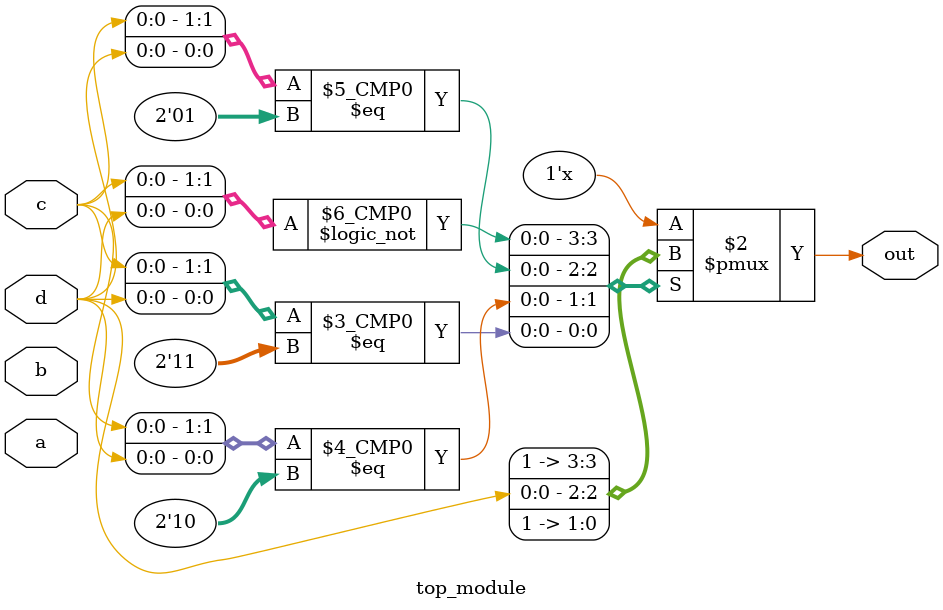
<source format=sv>
module top_module (
    input a, 
    input b,
    input c,
    input d,
    output reg out
);

always @* begin
    case({c, d})
        2'b00: out = 1;
        2'b01: out = d;
        2'b10: out = 1;
        2'b11: out = 1;
        default: out = 1;
    endcase
end

endmodule

</source>
